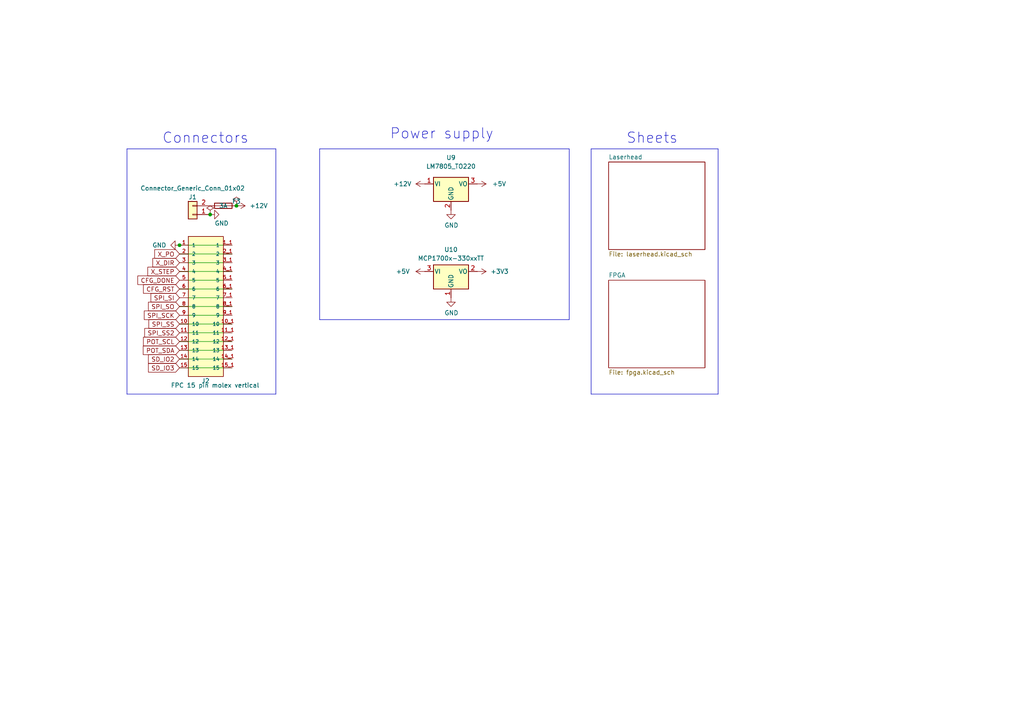
<source format=kicad_sch>
(kicad_sch (version 20230121) (generator eeschema)
  (paper "A4")
  (title_block (title "Scanhead PCB") (rev "0.1") (company "Hexastorm") (comment 1 "Author: Rik Starmans"))
  (lib_symbols
    (symbol "Connector_Generic:Conn_01x02" (pin_names (offset 1.016) hide)
      (property "Reference" "J" (at 0 2.54 0))
      (property "Value" "Conn_01x02" (at 0 -5.08 0))
      (symbol "Conn_01x02_1_1"
        (rectangle (start -1.27 -2.413) (end 0 -2.667) (stroke (width 0.1524)))
        (rectangle (start -1.27 0.127) (end 0 -0.127) (stroke (width 0.1524)))
        (rectangle (start -1.27 1.27) (end 1.27 -3.81) (stroke (width 0.254)) (fill (type background)))
        (pin passive line (at -5.08 0 0) (length 3.81) (name "Pin_1") (number "1"))
        (pin passive line (at -5.08 -2.54 0) (length 3.81) (name "Pin_2") (number "2"))
      )
    )
    (symbol "Device:Fuse" (pin_numbers hide) (pin_names (offset 0))
      (property "Reference" "F" (at 2.032 0 90))
      (property "Value" "Fuse" (at -1.905 0 90))
      (symbol "Fuse_0_1"
        (rectangle (start -0.762 -2.54) (end 0.762 2.54) (stroke (width 0.254)))
        (polyline (pts (xy 0 2.54) (xy 0 -2.54)))
      )
      (symbol "Fuse_1_1"
        (pin passive line (at 0 3.81 270) (length 1.27) (name "~") (number "1"))
        (pin passive line (at 0 -3.81 90) (length 1.27) (name "~") (number "2"))
      )
    )
    (symbol "Regulator_Linear:LM7805_TO220" (pin_names (offset 0.254))
      (property "Reference" "U" (at -3.81 3.175 0))
      (property "Value" "LM7805_TO220" (at 0 3.175 0))
      (symbol "LM7805_TO220_0_1"
        (rectangle (start -5.08 1.905) (end 5.08 -5.08) (stroke (width 0.254)) (fill (type background)))
      )
      (symbol "LM7805_TO220_1_1"
        (pin power_in line (at -7.62 0 0) (length 2.54) (name "VI") (number "1"))
        (pin power_in line (at 0 -7.62 90) (length 2.54) (name "GND") (number "2"))
        (pin power_out line (at 7.62 0 180) (length 2.54) (name "VO") (number "3"))
      )
    )
    (symbol "Regulator_Linear:MCP1700x-330xxTT" (pin_names (offset 0.254))
      (property "Reference" "U" (at -3.81 3.175 0))
      (property "Value" "MCP1700x-330xxTT" (at 0 3.175 0))
      (symbol "MCP1700x-330xxTT_0_1"
        (rectangle (start -5.08 1.905) (end 5.08 -5.08) (stroke (width 0.254)) (fill (type background)))
      )
      (symbol "MCP1700x-330xxTT_1_1"
        (pin power_in line (at 0 -7.62 90) (length 2.54) (name "GND") (number "1"))
        (pin power_out line (at 7.62 0 180) (length 2.54) (name "VO") (number "2"))
        (pin power_in line (at -7.62 0 0) (length 2.54) (name "VI") (number "3"))
      )
    )
    (symbol "power:+12V" (power) (pin_names (offset 0))
      (property "Value" "+12V" (at 0 3.556 0))
      (symbol "+12V_0_1"
        (polyline (pts (xy -0.762 1.27) (xy 0 2.54)))
        (polyline (pts (xy 0 0) (xy 0 2.54)))
        (polyline (pts (xy 0 2.54) (xy 0.762 1.27)))
      )
      (symbol "+12V_1_1"
        (pin power_in line (at 0 0 90) (length 0) hide (name "+12V") (number "1"))
      )
    )
    (symbol "power:+3V3" (power) (pin_names (offset 0))
      (property "Value" "+3V3" (at 0 3.556 0))
      (symbol "+3V3_0_1"
        (polyline (pts (xy -0.762 1.27) (xy 0 2.54)))
        (polyline (pts (xy 0 0) (xy 0 2.54)))
        (polyline (pts (xy 0 2.54) (xy 0.762 1.27)))
      )
      (symbol "+3V3_1_1"
        (pin power_in line (at 0 0 90) (length 0) hide (name "+3V3") (number "1"))
      )
    )
    (symbol "power:+5V" (power) (pin_names (offset 0))
      (property "Value" "+5V" (at 0 3.556 0))
      (symbol "+5V_0_1"
        (polyline (pts (xy -0.762 1.27) (xy 0 2.54)))
        (polyline (pts (xy 0 0) (xy 0 2.54)))
        (polyline (pts (xy 0 2.54) (xy 0.762 1.27)))
      )
      (symbol "+5V_1_1"
        (pin power_in line (at 0 0 90) (length 0) hide (name "+5V") (number "1"))
      )
    )
    (symbol "power:GND" (power) (pin_names (offset 0))
      (property "Value" "GND" (at 0 -3.81 0))
      (symbol "GND_0_1"
        (polyline (pts (xy 0 0) (xy 0 -1.27) (xy 1.27 -1.27) (xy 0 -2.54) (xy -1.27 -1.27) (xy 0 -1.27)))
      )
      (symbol "GND_1_1"
        (pin power_in line (at 0 0 270) (length 0) hide (name "GND") (number "1"))
      )
    )
    (symbol "power:PWR_FLAG" (power) (pin_numbers hide) (pin_names (offset 0) hide)
      (property "Value" "PWR_FLAG" (at 0 3.81 0))
      (symbol "PWR_FLAG_0_0"
        (pin power_out line (at 0 0 90) (length 0) (name "pwr") (number "1"))
      )
      (symbol "PWR_FLAG_0_1"
        (polyline (pts (xy 0 0) (xy 0 1.27) (xy -1.016 1.905) (xy 0 2.54) (xy 1.016 1.905) (xy 0 1.27)))
      )
    )
    (symbol "scanhead_library:1-1734248-5" (pin_names (offset 1.016))
      (property "Reference" "J" (at -5.08 20.955 0))
      (property "Value" "1-1734248-5" (at -5.08 -22.86 0))
      (symbol "1-1734248-5_0_0"
        (rectangle (start -5.08 -20.32) (end 5.08 20.32) (stroke (width 0.2032)) (fill (type background)))
        (pin passive line (at -7.62 17.78 0) (length 2.54) (name "1") (number "1"))
        (pin passive line (at -7.62 -5.08 0) (length 2.54) (name "10") (number "10"))
        (pin passive line (at 7.62 -5.08 180) (length 2.54) (name "10") (number "10_1"))
        (pin passive line (at -7.62 -7.62 0) (length 2.54) (name "11") (number "11"))
        (pin passive line (at 7.62 -7.62 180) (length 2.54) (name "11") (number "11_1"))
        (pin passive line (at -7.62 -10.16 0) (length 2.54) (name "12") (number "12"))
        (pin passive line (at 7.62 -10.16 180) (length 2.54) (name "12") (number "12_1"))
        (pin passive line (at -7.62 -12.7 0) (length 2.54) (name "13") (number "13"))
        (pin passive line (at 7.62 -12.7 180) (length 2.54) (name "13") (number "13_1"))
        (pin passive line (at -7.62 -15.24 0) (length 2.54) (name "14") (number "14"))
        (pin passive line (at 7.62 -15.24 180) (length 2.54) (name "14") (number "14_1"))
        (pin passive line (at -7.62 -17.78 0) (length 2.54) (name "15") (number "15"))
        (pin passive line (at 7.62 -17.78 180) (length 2.54) (name "15") (number "15_1"))
        (pin passive line (at 7.62 17.78 180) (length 2.54) (name "1") (number "1_1"))
        (pin passive line (at -7.62 15.24 0) (length 2.54) (name "2") (number "2"))
        (pin passive line (at 7.62 15.24 180) (length 2.54) (name "2") (number "2_1"))
        (pin passive line (at -7.62 12.7 0) (length 2.54) (name "3") (number "3"))
        (pin passive line (at 7.62 12.7 180) (length 2.54) (name "3") (number "3_1"))
        (pin passive line (at -7.62 10.16 0) (length 2.54) (name "4") (number "4"))
        (pin passive line (at 7.62 10.16 180) (length 2.54) (name "4") (number "4_1"))
        (pin passive line (at -7.62 7.62 0) (length 2.54) (name "5") (number "5"))
        (pin passive line (at 7.62 7.62 180) (length 2.54) (name "5") (number "5_1"))
        (pin passive line (at -7.62 5.08 0) (length 2.54) (name "6") (number "6"))
        (pin passive line (at 7.62 5.08 180) (length 2.54) (name "6") (number "6_1"))
        (pin passive line (at -7.62 2.54 0) (length 2.54) (name "7") (number "7"))
        (pin passive line (at 7.62 2.54 180) (length 2.54) (name "7") (number "7_1"))
        (pin passive line (at -7.62 0 0) (length 2.54) (name "8") (number "8"))
        (pin passive line (at 7.62 0 180) (length 2.54) (name "8") (number "8_1"))
        (pin passive line (at -7.62 -2.54 0) (length 2.54) (name "9") (number "9"))
        (pin passive line (at 7.62 -2.54 180) (length 2.54) (name "9") (number "9_1"))
      )
    )
  )
  (junction (at 52.07 71.12))
  (junction (at 68.58 59.69))
  (junction (at 60.96 62.23))
  (wire (pts (xy 52.07 96.52) (xy 67.31 96.52)))
  (polyline (pts (xy 80.01 43.18) (xy 36.83 43.18)))
  (wire (pts (xy 52.07 86.36) (xy 67.31 86.36)))
  (wire (pts (xy 52.07 104.14) (xy 67.31 104.14)))
  (polyline (pts (xy 92.71 43.18) (xy 165.1 43.18)))
  (wire (pts (xy 52.07 106.68) (xy 67.31 106.68)))
  (wire (pts (xy 52.07 73.66) (xy 67.31 73.66)))
  (polyline (pts (xy 36.83 114.3) (xy 80.01 114.3)))
  (polyline (pts (xy 208.28 114.3) (xy 208.28 43.18)))
  (polyline (pts (xy 92.71 92.71) (xy 92.71 43.18)))
  (wire (pts (xy 52.07 78.74) (xy 67.31 78.74)))
  (polyline (pts (xy 165.1 43.18) (xy 165.1 92.71)))
  (wire (pts (xy 67.31 101.6) (xy 52.07 101.6)))
  (polyline (pts (xy 92.71 92.71) (xy 165.1 92.71)))
  (wire (pts (xy 52.07 91.44) (xy 67.31 91.44)))
  (polyline (pts (xy 36.83 43.18) (xy 36.83 114.3)))
  (wire (pts (xy 52.07 71.12) (xy 67.31 71.12)))
  (polyline (pts (xy 171.45 114.3) (xy 208.28 114.3)))
  (wire (pts (xy 52.07 88.9) (xy 67.31 88.9)))
  (wire (pts (xy 52.07 81.28) (xy 67.31 81.28)))
  (wire (pts (xy 52.07 76.2) (xy 67.31 76.2)))
  (polyline (pts (xy 80.01 114.3) (xy 80.01 43.18)))
  (wire (pts (xy 52.07 83.82) (xy 67.31 83.82)))
  (wire (pts (xy 52.07 93.98) (xy 67.31 93.98)))
  (wire (pts (xy 67.31 99.06) (xy 52.07 99.06)))
  (polyline (pts (xy 171.45 43.18) (xy 208.28 43.18)))
  (polyline (pts (xy 171.45 43.18) (xy 171.45 114.3)))
  (text "Power supply" (at 113.03 40.64 0) (effects (font (size 3 3)) (justify left bottom)))
  (text "Connectors" (at 46.99 41.91 0) (effects (font (size 3 3)) (justify left bottom)))
  (text "Sheets" (at 181.61 41.91 0) (effects (font (size 3 3)) (justify left bottom)))
  (global_label "SPI_SI" (shape input) (at 52.07 86.36 180) (property "Intersheetrefs" "${INTERSHEET_REFS}" (effects hide)))
  (global_label "X_DIR" (shape input) (at 52.07 76.2 180) (property "Intersheetrefs" "${INTERSHEET_REFS}" (effects hide)))
  (global_label "SPI_SS2" (shape input) (at 52.07 96.52 180) (property "Intersheetrefs" "${INTERSHEET_REFS}" (effects hide)))
  (global_label "CFG_RST" (shape input) (at 52.07 83.82 180) (property "Intersheetrefs" "${INTERSHEET_REFS}" (effects hide)))
  (global_label "POT_SDA" (shape input) (at 52.07 101.6 180) (property "Intersheetrefs" "${INTERSHEET_REFS}" (effects hide)))
  (global_label "SD_IO2" (shape input) (at 52.07 104.14 180) (property "Intersheetrefs" "${INTERSHEET_REFS}" (effects hide)))
  (global_label "CFG_DONE" (shape input) (at 52.07 81.28 180) (property "Intersheetrefs" "${INTERSHEET_REFS}" (effects hide)))
  (global_label "X_STEP" (shape input) (at 52.07 78.74 180) (property "Intersheetrefs" "${INTERSHEET_REFS}" (effects hide)))
  (global_label "SPI_SO" (shape input) (at 52.07 88.9 180) (property "Intersheetrefs" "${INTERSHEET_REFS}" (effects hide)))
  (global_label "SPI_SS" (shape input) (at 52.07 93.98 180) (property "Intersheetrefs" "${INTERSHEET_REFS}" (effects hide)))
  (global_label "SD_IO3" (shape input) (at 52.07 106.68 180) (property "Intersheetrefs" "${INTERSHEET_REFS}" (effects hide)))
  (global_label "SPI_SCK" (shape input) (at 52.07 91.44 180) (property "Intersheetrefs" "${INTERSHEET_REFS}" (effects hide)))
  (global_label "X_PO" (shape input) (at 52.07 73.66 180) (property "Intersheetrefs" "${INTERSHEET_REFS}" (effects hide)))
  (global_label "POT_SCL" (shape input) (at 52.07 99.06 180) (property "Intersheetrefs" "${INTERSHEET_REFS}" (effects hide)))
  (symbol (lib_id "power:GND") (at 60.96 62.23 90) (unit 1)
    (property "Reference" "#PWR05" (effects hide))
    (property "Value" "GND" (at 62.23 64.77 90) (effects (justify right)))
  )
  (symbol (lib_id "power:PWR_FLAG") (at 60.96 62.23 0) (unit 1)
    (property "Reference" "#FLG03" (effects hide))
    (property "Value" "PWR_FLAG" (effects hide))
  )
  (symbol (lib_id "power:PWR_FLAG") (at 68.58 59.69 0) (unit 1)
    (property "Reference" "#FLG02" (effects hide))
    (property "Value" "PWR_FLAG" (effects hide))
  )
  (symbol (lib_id "power:+12V") (at 68.58 59.69 270) (unit 1)
    (property "Reference" "#PWR03" (effects hide))
    (property "Value" "+12V" (at 72.39 59.69 90) (effects (justify left)))
  )
  (symbol (lib_id "scanhead_library:1-1734248-5") (at 59.69 88.9 0) (unit 1)
    (property "Reference" "J2" (at 58.42 110.49 0) (effects (justify left)))
    (property "Value" "FPC 15 pin molex vertical" (at 49.53 111.76 0) (effects (justify left)))
    (property "Footprint" "sockets_scanhead:TE_1-1734248-5" (effects hide))
    (property "EU_ROHS_COMPLIANCE" "Compliant" (effects hide))
    (property "STANDARD" "Manufacturer Recommendations" (effects hide))
    (property "TE_PURCHASE_URL" "https://www.te.com/usa-en/product-1-1734248-5.html?te_bu=Cor&te_type=disp&te_campaign=seda_glo_cor-seda-global-disp-prtnr-fy19-seda-model-bom-cta_sma-317_1&elqCampaignId=32493" (effects hide))
    (property "PRICE" "None" (effects hide))
    (property "MP" "1-1734248-5" (effects hide))
    (property "DESCRIPTION" "Conn FPC Connector SKT 15 POS 1mm Solder ST SMD T/R" (effects hide))
    (property "AVAILABILITY" "Unavailable" (effects hide))
    (property "COMMENT" "1-1734248-5" (effects hide))
    (property "MANUFACTURER" "TE Connectivity" (effects hide))
    (property "PARTREV" "E1" (effects hide))
    (property "PACKAGE" "None" (effects hide))
  )
  (symbol (lib_id "Device:Fuse") (at 64.77 59.69 270) (unit 1)
    (property "Reference" "F3" (at 68.58 58.42 90))
    (property "Value" "3A" (at 64.77 59.69 90))
    (property "Footprint" "Fuse:Fuse_1206_3216Metric" (effects hide))
  )
  (symbol (lib_id "power:+5V") (at 138.43 53.34 270) (unit 1)
    (property "Reference" "#PWR018" (effects hide))
    (property "Value" "+5V" (at 144.78 53.34 90))
  )
  (symbol (lib_id "Regulator_Linear:MCP1700x-330xxTT") (at 130.81 78.74 0) (unit 1)
    (property "Reference" "U10" (at 130.81 72.39 0))
    (property "Value" "MCP1700x-330xxTT" (at 130.81 74.93 0))
    (property "Footprint" "Package_TO_SOT_SMD:SOT-23" (effects hide))
    (property "Datasheet" "http://ww1.microchip.com/downloads/en/DeviceDoc/20001826D.pdf" (effects hide))
  )
  (symbol (lib_id "power:GND") (at 52.07 71.12 270) (unit 1)
    (property "Reference" "#PWR04" (effects hide))
    (property "Value" "GND" (at 48.26 71.1199 90) (effects (justify right)))
  )
  (symbol (lib_id "power:+5V") (at 123.19 78.74 90) (unit 1)
    (property "Reference" "#PWR013" (effects hide))
    (property "Value" "+5V" (at 116.84 78.74 90))
  )
  (symbol (lib_id "power:GND") (at 130.81 60.96 0) (unit 1)
    (property "Reference" "#PWR015" (effects hide))
    (property "Value" "GND" (at 130.937 65.3542 0))
  )
  (symbol (lib_id "power:+12V") (at 123.19 53.34 90) (unit 1)
    (property "Reference" "#PWR06" (effects hide))
    (property "Value" "+12V" (at 119.38 53.34 90) (effects (justify left)))
  )
  (symbol (lib_id "power:GND") (at 130.81 86.36 0) (unit 1)
    (property "Reference" "#PWR016" (effects hide))
    (property "Value" "GND" (at 130.937 90.7542 0))
  )
  (symbol (lib_id "Connector_Generic:Conn_01x02") (at 55.88 62.23 180) (unit 1)
    (property "Reference" "J1" (at 55.88 57.15 0))
    (property "Value" "Connector_Generic_Conn_01x02" (at 55.88 54.61 0))
    (property "Footprint" "Connector_AMASS:AMASS_XT60-F_1x02_P7.20mm_Vertical" (effects hide))
  )
  (symbol (lib_id "Regulator_Linear:LM7805_TO220") (at 130.81 53.34 0) (unit 1)
    (property "Reference" "U9" (at 130.81 45.72 0))
    (property "Value" "LM7805_TO220" (at 130.81 48.26 0))
    (property "Footprint" "Package_TO_SOT_THT:TO-220-3_Vertical" (effects hide))
    (property "Datasheet" "https://www.onsemi.cn/PowerSolutions/document/MC7800-D.PDF" (effects hide))
  )
  (symbol (lib_id "power:+3V3") (at 138.43 78.74 270) (unit 1)
    (property "Reference" "#PWR019" (effects hide))
    (property "Value" "+3V3" (at 142.24 78.74 90) (effects (justify left)))
  )
  (sheet (at 176.53 81.28) (size 27.94 25.4) (stroke (width 0.1524))
    (property "Sheetname" "FPGA" (at 176.53 80.5684 0) (effects (justify left bottom)))
    (property "Sheetfile" "fpga.kicad_sch" (at 176.53 107.2646 0) (effects (justify left top)))
  )
  (sheet (at 176.53 46.99) (size 27.94 25.4) (stroke (width 0.1524))
    (property "Sheetname" "Laserhead" (at 176.53 46.2784 0) (effects (justify left bottom)))
    (property "Sheetfile" "laserhead.kicad_sch" (at 176.53 72.9746 0) (effects (justify left top)))
  )
)
</source>
